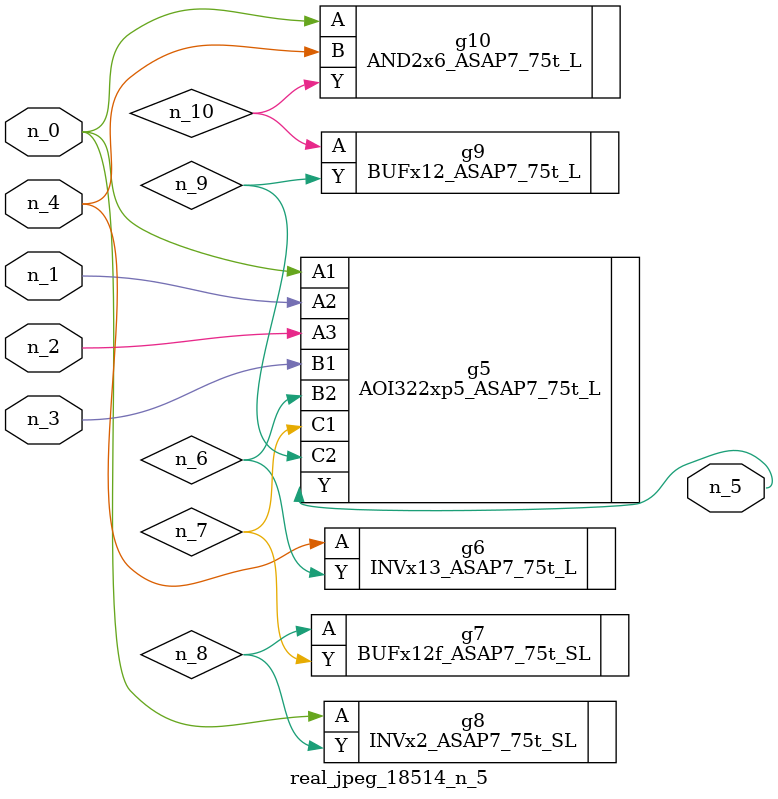
<source format=v>
module real_jpeg_18514_n_5 (n_4, n_0, n_1, n_2, n_3, n_5);

input n_4;
input n_0;
input n_1;
input n_2;
input n_3;

output n_5;

wire n_8;
wire n_6;
wire n_7;
wire n_10;
wire n_9;

AOI322xp5_ASAP7_75t_L g5 ( 
.A1(n_0),
.A2(n_1),
.A3(n_2),
.B1(n_3),
.B2(n_6),
.C1(n_7),
.C2(n_9),
.Y(n_5)
);

INVx2_ASAP7_75t_SL g8 ( 
.A(n_0),
.Y(n_8)
);

AND2x6_ASAP7_75t_L g10 ( 
.A(n_0),
.B(n_4),
.Y(n_10)
);

INVx13_ASAP7_75t_L g6 ( 
.A(n_4),
.Y(n_6)
);

BUFx12f_ASAP7_75t_SL g7 ( 
.A(n_8),
.Y(n_7)
);

BUFx12_ASAP7_75t_L g9 ( 
.A(n_10),
.Y(n_9)
);


endmodule
</source>
